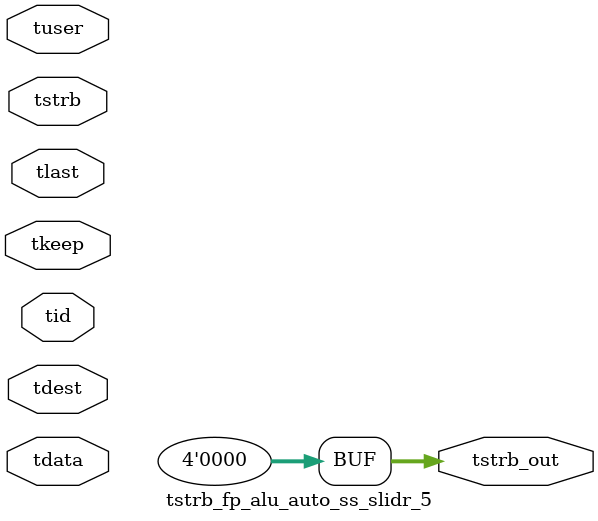
<source format=v>


`timescale 1ps/1ps

module tstrb_fp_alu_auto_ss_slidr_5 #
(
parameter C_S_AXIS_TDATA_WIDTH = 32,
parameter C_S_AXIS_TUSER_WIDTH = 0,
parameter C_S_AXIS_TID_WIDTH   = 0,
parameter C_S_AXIS_TDEST_WIDTH = 0,
parameter C_M_AXIS_TDATA_WIDTH = 32
)
(
input  [(C_S_AXIS_TDATA_WIDTH == 0 ? 1 : C_S_AXIS_TDATA_WIDTH)-1:0     ] tdata,
input  [(C_S_AXIS_TUSER_WIDTH == 0 ? 1 : C_S_AXIS_TUSER_WIDTH)-1:0     ] tuser,
input  [(C_S_AXIS_TID_WIDTH   == 0 ? 1 : C_S_AXIS_TID_WIDTH)-1:0       ] tid,
input  [(C_S_AXIS_TDEST_WIDTH == 0 ? 1 : C_S_AXIS_TDEST_WIDTH)-1:0     ] tdest,
input  [(C_S_AXIS_TDATA_WIDTH/8)-1:0 ] tkeep,
input  [(C_S_AXIS_TDATA_WIDTH/8)-1:0 ] tstrb,
input                                                                    tlast,
output [(C_M_AXIS_TDATA_WIDTH/8)-1:0 ] tstrb_out
);

assign tstrb_out = {1'b0};

endmodule


</source>
